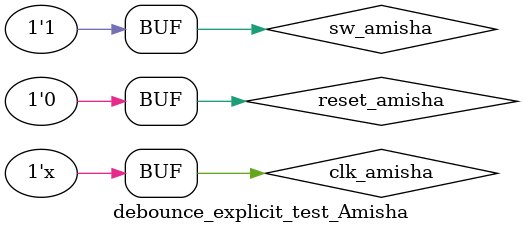
<source format=v>
`timescale 1ns/1ps


module debounce_explicit_test_Amisha;
	// Inputs
	reg clk_amisha;
	reg reset_amisha;
	reg sw_amisha;
	// Outputs
	wire db_level_amisha;
	wire db_tick_amisha;
	// Instantiate the Unit Under Test (UUT)
	debounce_explicit_Amisha uut (
		.clk_amisha(clk_amisha), 
		.reset_amisha(reset_amisha), 
		.sw_amisha(sw_amisha), 
		.db_level_amisha(db_level_amisha), 
		.db_tick_amisha(db_tick_amisha)
	);
	initial begin
		clk_amisha = 0;
		reset_amisha = 1;
		sw_amisha = 0;
		#100;
		reset_amisha = 0;
		sw_amisha = 0;
		#100;
		sw_amisha = 1;
		#100;
	end
always #50 clk_amisha = ~clk_amisha;     
endmodule


</source>
